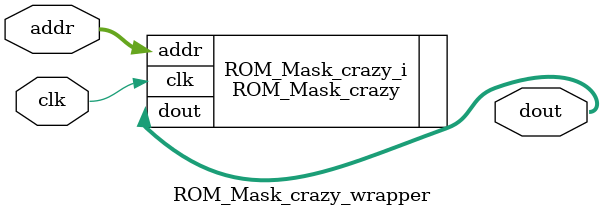
<source format=v>
`timescale 1 ps / 1 ps

module ROM_Mask_crazy_wrapper
   (addr,
    clk,
    dout);
  input [10:0]addr;
  input clk;
  output [11:0]dout;

  wire [10:0]addr;
  wire clk;
  wire [11:0]dout;

  ROM_Mask_crazy ROM_Mask_crazy_i
       (.addr(addr),
        .clk(clk),
        .dout(dout));
endmodule

</source>
